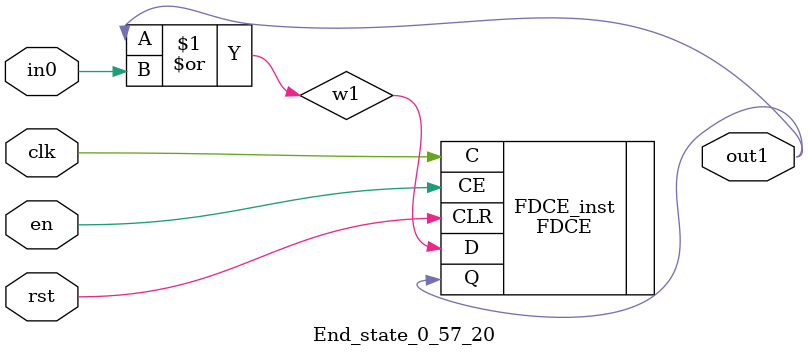
<source format=v>
module engine_0_57(out,clk,sod,en, in_116, in_117, in_1, in_3, in_4, in_8, in_15, in_16, in_17, in_20, in_29, in_30, in_41, in_101);
//pcre: /<marquee\s+[^>]*onstart\s*=/smi
//block char: q[0], [^>][2], \x20[8], N[0], O[0], S[0], a[0], r[0], e[0], =[0], u[0], t[0], M[0], \x3C[8], 

	input clk,sod,en;

	input in_116, in_117, in_1, in_3, in_4, in_8, in_15, in_16, in_17, in_20, in_29, in_30, in_41, in_101;
	output out;

	assign w0 = 1'b1;
	state_0_57_1 BlockState_0_57_1 (w1,in_101,clk,en,sod,w0);
	state_0_57_2 BlockState_0_57_2 (w2,in_41,clk,en,sod,w1);
	state_0_57_3 BlockState_0_57_3 (w3,in_15,clk,en,sod,w2);
	state_0_57_4 BlockState_0_57_4 (w4,in_16,clk,en,sod,w3);
	state_0_57_5 BlockState_0_57_5 (w5,in_116,clk,en,sod,w4);
	state_0_57_6 BlockState_0_57_6 (w6,in_29,clk,en,sod,w5);
	state_0_57_7 BlockState_0_57_7 (w7,in_17,clk,en,sod,w6);
	state_0_57_8 BlockState_0_57_8 (w8,in_17,clk,en,sod,w7);
	state_0_57_9 BlockState_0_57_9 (w9,in_1,clk,en,sod,w9,w8);
	state_0_57_10 BlockState_0_57_10 (w10,in_117,clk,en,sod,w10,w9);
	state_0_57_11 BlockState_0_57_11 (w11,in_4,clk,en,sod,w9,w10);
	state_0_57_12 BlockState_0_57_12 (w12,in_3,clk,en,sod,w11);
	state_0_57_13 BlockState_0_57_13 (w13,in_8,clk,en,sod,w12);
	state_0_57_14 BlockState_0_57_14 (w14,in_30,clk,en,sod,w13);
	state_0_57_15 BlockState_0_57_15 (w15,in_15,clk,en,sod,w14);
	state_0_57_16 BlockState_0_57_16 (w16,in_16,clk,en,sod,w15);
	state_0_57_17 BlockState_0_57_17 (w17,in_30,clk,en,sod,w16);
	state_0_57_18 BlockState_0_57_18 (w18,in_1,clk,en,sod,w18,w17);
	state_0_57_19 BlockState_0_57_19 (w19,in_20,clk,en,sod,w17,w18);
	End_state_0_57_20 BlockState_0_57_20 (out,clk,en,sod,w19);
endmodule

module state_0_57_1(out1,in_char,clk,en,rst,in0);
	input in_char,clk,en,rst,in0;
	output out1;
	wire w1,w2;
	assign w1 = in0; 
	and(w2,in_char,w1);
	FDCE #(.INIT(1'b0)) FDCE_inst (
		.Q(out1),
		.C(clk),
		.CE(en),
		.CLR(rst),
		.D(w2)
);
endmodule

module state_0_57_2(out1,in_char,clk,en,rst,in0);
	input in_char,clk,en,rst,in0;
	output out1;
	wire w1,w2;
	assign w1 = in0; 
	and(w2,in_char,w1);
	FDCE #(.INIT(1'b0)) FDCE_inst (
		.Q(out1),
		.C(clk),
		.CE(en),
		.CLR(rst),
		.D(w2)
);
endmodule

module state_0_57_3(out1,in_char,clk,en,rst,in0);
	input in_char,clk,en,rst,in0;
	output out1;
	wire w1,w2;
	assign w1 = in0; 
	and(w2,in_char,w1);
	FDCE #(.INIT(1'b0)) FDCE_inst (
		.Q(out1),
		.C(clk),
		.CE(en),
		.CLR(rst),
		.D(w2)
);
endmodule

module state_0_57_4(out1,in_char,clk,en,rst,in0);
	input in_char,clk,en,rst,in0;
	output out1;
	wire w1,w2;
	assign w1 = in0; 
	and(w2,in_char,w1);
	FDCE #(.INIT(1'b0)) FDCE_inst (
		.Q(out1),
		.C(clk),
		.CE(en),
		.CLR(rst),
		.D(w2)
);
endmodule

module state_0_57_5(out1,in_char,clk,en,rst,in0);
	input in_char,clk,en,rst,in0;
	output out1;
	wire w1,w2;
	assign w1 = in0; 
	and(w2,in_char,w1);
	FDCE #(.INIT(1'b0)) FDCE_inst (
		.Q(out1),
		.C(clk),
		.CE(en),
		.CLR(rst),
		.D(w2)
);
endmodule

module state_0_57_6(out1,in_char,clk,en,rst,in0);
	input in_char,clk,en,rst,in0;
	output out1;
	wire w1,w2;
	assign w1 = in0; 
	and(w2,in_char,w1);
	FDCE #(.INIT(1'b0)) FDCE_inst (
		.Q(out1),
		.C(clk),
		.CE(en),
		.CLR(rst),
		.D(w2)
);
endmodule

module state_0_57_7(out1,in_char,clk,en,rst,in0);
	input in_char,clk,en,rst,in0;
	output out1;
	wire w1,w2;
	assign w1 = in0; 
	and(w2,in_char,w1);
	FDCE #(.INIT(1'b0)) FDCE_inst (
		.Q(out1),
		.C(clk),
		.CE(en),
		.CLR(rst),
		.D(w2)
);
endmodule

module state_0_57_8(out1,in_char,clk,en,rst,in0);
	input in_char,clk,en,rst,in0;
	output out1;
	wire w1,w2;
	assign w1 = in0; 
	and(w2,in_char,w1);
	FDCE #(.INIT(1'b0)) FDCE_inst (
		.Q(out1),
		.C(clk),
		.CE(en),
		.CLR(rst),
		.D(w2)
);
endmodule

module state_0_57_9(out1,in_char,clk,en,rst,in0,in1);
	input in_char,clk,en,rst,in0,in1;
	output out1;
	wire w1,w2;
	or(w1,in0,in1);
	and(w2,in_char,w1);
	FDCE #(.INIT(1'b0)) FDCE_inst (
		.Q(out1),
		.C(clk),
		.CE(en),
		.CLR(rst),
		.D(w2)
);
endmodule

module state_0_57_10(out1,in_char,clk,en,rst,in0,in1);
	input in_char,clk,en,rst,in0,in1;
	output out1;
	wire w1,w2;
	or(w1,in0,in1);
	and(w2,in_char,w1);
	FDCE #(.INIT(1'b0)) FDCE_inst (
		.Q(out1),
		.C(clk),
		.CE(en),
		.CLR(rst),
		.D(w2)
);
endmodule

module state_0_57_11(out1,in_char,clk,en,rst,in0,in1);
	input in_char,clk,en,rst,in0,in1;
	output out1;
	wire w1,w2;
	or(w1,in0,in1);
	and(w2,in_char,w1);
	FDCE #(.INIT(1'b0)) FDCE_inst (
		.Q(out1),
		.C(clk),
		.CE(en),
		.CLR(rst),
		.D(w2)
);
endmodule

module state_0_57_12(out1,in_char,clk,en,rst,in0);
	input in_char,clk,en,rst,in0;
	output out1;
	wire w1,w2;
	assign w1 = in0; 
	and(w2,in_char,w1);
	FDCE #(.INIT(1'b0)) FDCE_inst (
		.Q(out1),
		.C(clk),
		.CE(en),
		.CLR(rst),
		.D(w2)
);
endmodule

module state_0_57_13(out1,in_char,clk,en,rst,in0);
	input in_char,clk,en,rst,in0;
	output out1;
	wire w1,w2;
	assign w1 = in0; 
	and(w2,in_char,w1);
	FDCE #(.INIT(1'b0)) FDCE_inst (
		.Q(out1),
		.C(clk),
		.CE(en),
		.CLR(rst),
		.D(w2)
);
endmodule

module state_0_57_14(out1,in_char,clk,en,rst,in0);
	input in_char,clk,en,rst,in0;
	output out1;
	wire w1,w2;
	assign w1 = in0; 
	and(w2,in_char,w1);
	FDCE #(.INIT(1'b0)) FDCE_inst (
		.Q(out1),
		.C(clk),
		.CE(en),
		.CLR(rst),
		.D(w2)
);
endmodule

module state_0_57_15(out1,in_char,clk,en,rst,in0);
	input in_char,clk,en,rst,in0;
	output out1;
	wire w1,w2;
	assign w1 = in0; 
	and(w2,in_char,w1);
	FDCE #(.INIT(1'b0)) FDCE_inst (
		.Q(out1),
		.C(clk),
		.CE(en),
		.CLR(rst),
		.D(w2)
);
endmodule

module state_0_57_16(out1,in_char,clk,en,rst,in0);
	input in_char,clk,en,rst,in0;
	output out1;
	wire w1,w2;
	assign w1 = in0; 
	and(w2,in_char,w1);
	FDCE #(.INIT(1'b0)) FDCE_inst (
		.Q(out1),
		.C(clk),
		.CE(en),
		.CLR(rst),
		.D(w2)
);
endmodule

module state_0_57_17(out1,in_char,clk,en,rst,in0);
	input in_char,clk,en,rst,in0;
	output out1;
	wire w1,w2;
	assign w1 = in0; 
	and(w2,in_char,w1);
	FDCE #(.INIT(1'b0)) FDCE_inst (
		.Q(out1),
		.C(clk),
		.CE(en),
		.CLR(rst),
		.D(w2)
);
endmodule

module state_0_57_18(out1,in_char,clk,en,rst,in0,in1);
	input in_char,clk,en,rst,in0,in1;
	output out1;
	wire w1,w2;
	or(w1,in0,in1);
	and(w2,in_char,w1);
	FDCE #(.INIT(1'b0)) FDCE_inst (
		.Q(out1),
		.C(clk),
		.CE(en),
		.CLR(rst),
		.D(w2)
);
endmodule

module state_0_57_19(out1,in_char,clk,en,rst,in0,in1);
	input in_char,clk,en,rst,in0,in1;
	output out1;
	wire w1,w2;
	or(w1,in0,in1);
	and(w2,in_char,w1);
	FDCE #(.INIT(1'b0)) FDCE_inst (
		.Q(out1),
		.C(clk),
		.CE(en),
		.CLR(rst),
		.D(w2)
);
endmodule

module End_state_0_57_20(out1,clk,en,rst,in0);
	input clk,rst,en,in0;
	output out1;
	wire w1;
	or(w1,out1,in0);
	FDCE #(.INIT(1'b0)) FDCE_inst (
		.Q(out1),
		.C(clk),
		.CE(en),
		.CLR(rst),
		.D(w1)
);
endmodule


</source>
